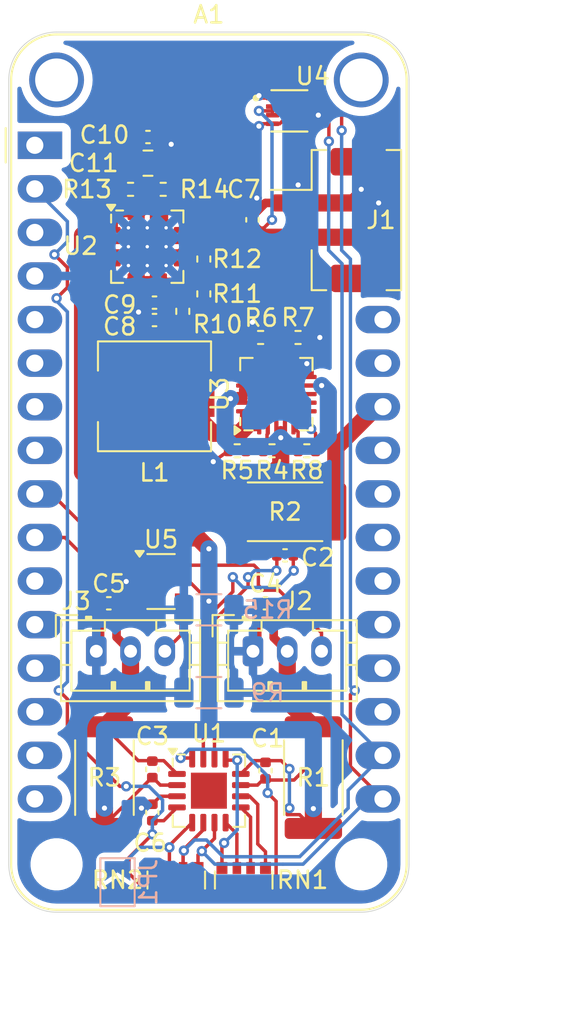
<source format=kicad_pcb>
(kicad_pcb (version 20240108) (generator "pcbnew") (generator_version "8.0")
  (layers (0 "F.Cu" signal) (31 "B.Cu" signal) (34 "B.Paste" user) (35 "F.Paste" user) (36 "B.SilkS" user "B.Silkscreen") (37 "F.SilkS" user "F.Silkscreen") (38 "B.Mask" user) (39 "F.Mask" user) (44 "Edge.Cuts" user))
  (net 0 "")
  (net 22 "Net-(RN1-R2.1)")
  (net 23 "Net-(RN1-R3.1)")
  (net 24 "Net-(RN1-R1.1)")
  (net 25 "Net-(RN1-R4.1)")
  (net 26 "Net-(RN1-R1.2)")
  (net 28 "GND")
  (net 30 "Net-(U2-EN)")
  (net 32 "Net-(U2-FB)")
  (net 33 "Net-(L1-Pad2)")
  (net 35 "Net-(U2-LBI)")
  (net 39 "SDA")
  (net 40 "+3V3")
  (net 41 "SCL")
  (net 42 "+5V")
  (net 43 "Net-(JP1-B)")
  (net 44 "Net-(U3-VPCC)")
  (net 45 "Net-(U3-PROG1)")
  (net 46 "Net-(U3-PROG3)")
  (net 47 "Net-(U3-THERM)")
  (net 48 "LED_B")
  (net 49 "LED_A")
  (net 50 "VbatOut")
  (net 51 "Vbattery")
  (net 53 "sens3")
  (net 54 "sens1")
  (net 55 "Net-(J2-Pin_3)")
  (net 56 "Net-(J3-Pin_3)")
  (net 57 "PWRIn")
  (net 58 "VBUS")
  (footprint "Capacitor_SMD:C_0402_1005Metric" (layer "F.Cu") (at 116.459 90.17 180)
    (property "Reference" "C9")
    (property "Value" "0.1uF")
  )
  (footprint "Package_DFN_QFN:Texas_RSA_VQFN-16-1EP_4x4mm_P0.65mm_EP2.7x2.7mm_ThermalVias" (layer "F.Cu") (at 116.036 86.91)
    (property "Reference" "U2")
    (property "Value" "TPS61090")
  )
  (footprint "Resistor_SMD:R_2512_6332Metric" (layer "F.Cu") (at 125.73 117.856 90)
    (property "Reference" "R1")
    (property "Value" "0.1")
  )
  (footprint "Capacitor_SMD:C_0402_1005Metric" (layer "F.Cu") (at 113.792 107.696 180)
    (property "Reference" "C5")
    (property "Value" "100uF")
  )
  (footprint "Resistor_SMD:R_Array_Convex_4x0612" (layer "F.Cu") (at 121.666 123.825 -90)
    (property "Reference" "RN1")
    (property "Value" "10k")
  )
  (footprint "Capacitor_SMD:C_0805_2012Metric" (layer "F.Cu") (at 116.078 82.042)
    (property "Reference" "C11")
    (property "Value" "100uF")
  )
  (footprint "Resistor_SMD:R_0402_1005Metric" (layer "F.Cu") (at 119.338001 89.661997 90)
    (property "Reference" "R11")
    (property "Value" "1.87M")
  )
  (footprint "Capacitor_SMD:C_0402_1005Metric" (layer "F.Cu") (at 116.332 117.376 -90)
    (property "Reference" "C3")
    (property "Value" "0.1uF")
  )
  (footprint "Capacitor_SMD:C_0402_1005Metric" (layer "F.Cu") (at 122.936 107.696 180)
    (property "Reference" "C4")
    (property "Value" "100uF")
  )
  (footprint "Resistor_SMD:R_0402_1005Metric" (layer "F.Cu") (at 121.285003 98.805999)
    (property "Reference" "R5")
    (property "Value" "100k")
  )
  (footprint "Capacitor_SMD:C_0402_1005Metric" (layer "F.Cu") (at 122.936 117.447 90)
    (property "Reference" "C1")
    (property "Value" "0.1uF")
  )
  (footprint "Connector_JST:JST_PH_B3B-PH-K_1x03_P2.00mm_Vertical" (layer "F.Cu") (at 113.062 110.49)
    (property "Reference" "J3")
    (property "Value" "Neopix B")
  )
  (footprint "Package_DFN_QFN:Texas_RGV0016A_VQFN-16-1EP_4x4mm_P0.65mm_EP2.1x2.1mm" (layer "F.Cu") (at 119.634 118.618)
    (property "Reference" "U1")
    (property "Value" "INA3221")
  )
  (footprint "Resistor_SMD:R_0402_1005Metric" (layer "F.Cu") (at 119.338003 87.629998 90)
    (property "Reference" "R12")
    (property "Value" "340k")
  )
  (footprint "Resistor_SMD:R_2512_6332Metric" (layer "F.Cu") (at 124.079 102.362 180)
    (property "Reference" "R2")
    (property "Value" "0.1")
  )
  (footprint "Resistor_SMD:R_0402_1005Metric" (layer "F.Cu") (at 124.837003 92.201998)
    (property "Reference" "R7")
    (property "Value" "100k")
  )
  (footprint "Resistor_SMD:R_0402_1005Metric" (layer "F.Cu") (at 125.349002 98.805998)
    (property "Reference" "R8")
    (property "Value" "16k")
  )
  (footprint "Resistor_SMD:R_0402_1005Metric" (layer "F.Cu") (at 122.652 92.202 180)
    (property "Reference" "R6")
    (property "Value" "1.0k")
  )
  (footprint "Package_DFN_QFN:QFN-20-1EP_4x4mm_P0.5mm_EP2.5x2.5mm" (layer "F.Cu") (at 123.571 95.504 90)
    (property "Reference" "U3")
    (property "Value" "MCP73871")
  )
  (footprint "Resistor_SMD:R_0402_1005Metric" (layer "F.Cu") (at 115.062 83.566)
    (property "Reference" "R13")
    (property "Value" "1.87M")
  )
  (footprint "Capacitor_SMD:C_0402_1005Metric" (layer "F.Cu") (at 122.174 85.344 90)
    (property "Reference" "C7")
    (property "Value" "10uF")
  )
  (footprint "Resistor_SMD:R_0402_1005Metric" (layer "F.Cu") (at 118.11 90.678 -90)
    (property "Reference" "R10")
    (property "Value" "200k")
  )
  (footprint "Inductor_SMD:L_6.3x6.3_H3" (layer "F.Cu") (at 116.459 95.631 180)
    (property "Reference" "L1")
    (property "Value" "6.8uH")
  )
  (footprint "Connector_JST:JST_PH_B3B-PH-K_1x03_P2.00mm_Vertical" (layer "F.Cu") (at 122.206 110.49)
    (property "Reference" "J2")
    (property "Value" "Neopix A")
  )
  (footprint "Package_SO:TSOP-6_1.65x3.05mm_P0.95mm" (layer "F.Cu") (at 116.84 106.426)
    (property "Reference" "U5")
    (property "Value" "74AUC2G07")
  )
  (footprint "Resistor_SMD:R_0402_1005Metric" (layer "F.Cu") (at 116.967 83.566)
    (property "Reference" "R14")
    (property "Value" "200k")
  )
  (footprint "Connector_JST:JST_PH_B2B-PH-SM4-TB_1x02-1MP_P2.00mm_Vertical" (layer "F.Cu") (at 126.492 85.36 -90)
    (property "Reference" "J1")
    (property "Value" "Battery")
  )
  (footprint "Capacitor_SMD:C_0402_1005Metric" (layer "F.Cu") (at 124.079 104.902)
    (property "Reference" "C2")
    (property "Value" "0.1uF")
  )
  (footprint "Capacitor_SMD:C_0402_1005Metric" (layer "F.Cu") (at 116.459 91.186 180)
    (property "Reference" "C8")
    (property "Value" "10uF")
  )
  (footprint "Resistor_SMD:R_0402_1005Metric" (layer "F.Cu") (at 123.317 98.805999)
    (property "Reference" "R4")
    (property "Value" "270k")
  )
  (footprint "Resistor_SMD:R_2512_6332Metric" (layer "F.Cu") (at 113.538 117.856 90)
    (property "Reference" "R3")
    (property "Value" "0.1")
  )
  (footprint "Module:Adafruit_Feather_WithMountingHoles" (layer "F.Cu") (at 109.474 81)
    (property "Reference" "A1")
    (property "Value" "Adafruit_Feather_Generic")
    (fp_line (start -1.52 41.91) (end -1.52 -3.81) (stroke (width 0.05)) (layer "Edge.Cuts"))
    (fp_line (start 19.05 -6.6) (end 1.27 -6.6) (stroke (width 0.05)) (layer "Edge.Cuts"))
    (fp_line (start 19.05 44.7) (end 1.27 44.7) (stroke (width 0.05)) (layer "Edge.Cuts"))
    (fp_line (start 21.84 41.91) (end 21.84 -3.81) (stroke (width 0.05)) (layer "Edge.Cuts"))
    (fp_arc (start -1.52 -3.81) (mid -0.702828 -5.782827) (end 1.27 -6.6) (stroke (width 0.05)) (layer "Edge.Cuts"))
    (fp_arc (start 1.27 44.7) (mid -0.702828 43.882828) (end -1.52 41.91) (stroke (width 0.05)) (layer "Edge.Cuts"))
    (fp_arc (start 19.05 -6.6) (mid 21.022828 -5.782828) (end 21.84 -3.81) (stroke (width 0.05)) (layer "Edge.Cuts"))
    (fp_arc (start 21.84 41.91) (mid 21.022828 43.882828) (end 19.05 44.7) (stroke (width 0.05)) (layer "Edge.Cuts"))
  )
  (footprint "MAX17048G_T10:SON50P200X200X80-9N" (layer "F.Cu") (at 124.333 78.994)
    (property "Reference" "U4")
    (property "Value" "MAX17048G_T10")
  )
  (footprint "Capacitor_SMD:C_0402_1005Metric" (layer "F.Cu") (at 116.078 80.518)
    (property "Reference" "C10")
    (property "Value" "2.2uF")
  )
  (footprint "Resistor_SMD:R_Array_Convex_4x0612" (layer "F.Cu") (at 117.729 123.825 -90)
    (property "Reference" "RN2")
    (property "Value" "10k")
  )
  (footprint "Capacitor_SMD:C_0402_1005Metric" (layer "F.Cu") (at 116.332 119.888 -90)
    (property "Reference" "C6")
    (property "Value" "0.1uF")
  )
  (footprint "Resistor_SMD:R_1206_3216Metric" (layer "B.Cu") (at 119.634 112.903 180)
    (property "Reference" "R9")
    (property "Value" "0")
  )
  (footprint "Resistor_SMD:R_1206_3216Metric" (layer "B.Cu") (at 119.634 108.077 180)
    (property "Reference" "R15")
    (property "Value" "0")
  )
  (footprint "Jumper:SolderJumper-2_P1.3mm_Open_TrianglePad1.0x1.5mm" (layer "B.Cu") (at 114.3 123.952 90)
    (property "Reference" "JP1")
    (property "Value" "SolderJumper_2_Open")
  )
  (segment (start 122.066001 120.162501) (end 122.066001 123.125001) (width 0.2) (layer "F.Cu") (net 22))
  (segment (start 121.4965 119.593) (end 122.066001 120.162501) (width 0.2) (layer "F.Cu") (net 22))
  (segment (start 120.609 120.4805) (end 121.266 121.1375) (width 0.2) (layer "F.Cu") (net 23))
  (segment (start 121.266 121.1375) (end 121.266 123.124999) (width 0.2) (layer "F.Cu") (net 23))
  (segment (start 122.485 119.419001) (end 122.485 121.723) (width 0.2) (layer "F.Cu") (net 24))
  (segment (start 121.4965 118.943) (end 122.008999 118.943) (width 0.2) (layer "F.Cu") (net 24))
  (segment (start 122.485 121.723) (end 122.935999 122.173999) (width 0.2) (layer "F.Cu") (net 24))
  (segment (start 122.008999 118.943) (end 122.485 119.419001) (width 0.2) (layer "F.Cu") (net 24))
  (segment (start 122.935999 122.173999) (end 122.935999 123.125) (width 0.2) (layer "F.Cu") (net 24))
  (segment (start 120.6935 116.84) (end 120.609 116.7555) (width 0.2) (layer "F.Cu") (net 25))
  (segment (start 120.396 121.793) (end 120.523 121.666) (width 0.2) (layer "F.Cu") (net 25))
  (segment (start 120.396 123.125) (end 120.396 121.793) (width 0.2) (layer "F.Cu") (net 25))
  (segment (start 121.285 116.84) (end 120.6935 116.84) (width 0.2) (layer "F.Cu") (net 25))
  (via (at 121.285 116.84) (size 0.6) (drill 0.3) (layers "F.Cu" "B.Cu") (net 25))
  (via (at 120.523 121.666) (size 0.6) (drill 0.3) (layers "F.Cu" "B.Cu") (net 25))
  (segment (start 121.285 116.84) (end 121.285 120.904) (width 0.2) (layer "B.Cu") (net 25))
  (segment (start 121.285 120.904) (end 120.523 121.666) (width 0.2) (layer "B.Cu") (net 25))
  (segment (start 122.936 124.525) (end 123.555999 123.905001) (width 0.2) (layer "F.Cu") (net 26))
  (segment (start 117.983 116.713) (end 118.6165 116.713) (width 0.2) (layer "F.Cu") (net 26))
  (segment (start 123.555999 119.237999) (end 123.063 118.745) (width 0.2) (layer "F.Cu") (net 26))
  (segment (start 123.555999 123.905001) (end 123.555999 119.237999) (width 0.2) (layer "F.Cu") (net 26))
  (via (at 123.063 118.745) (size 0.6) (drill 0.3) (layers "F.Cu" "B.Cu") (net 26))
  (via (at 117.983 116.713) (size 0.6) (drill 0.3) (layers "F.Cu" "B.Cu") (net 26))
  (segment (start 123.063 117.769471) (end 121.498529 116.205) (width 0.2) (layer "B.Cu") (net 26))
  (segment (start 118.491 116.205) (end 117.983 116.713) (width 0.2) (layer "B.Cu") (net 26))
  (segment (start 123.063 118.745) (end 123.063 117.769471) (width 0.2) (layer "B.Cu") (net 26))
  (segment (start 121.498529 116.205) (end 118.491 116.205) (width 0.2) (layer "B.Cu") (net 26))
  (segment (start 124.571 93.5665) (end 124.571 94.504001) (width 0.2) (layer "F.Cu") (net 28))
  (segment (start 116.516 80.517999) (end 116.515998 81.572) (width 0.5) (layer "F.Cu") (net 28))
  (segment (start 123.348001 78.244) (end 122.694001 78.244) (width 0.2) (layer "F.Cu") (net 28))
  (segment (start 116.063999 90.72) (end 116.063998 90.169998) (width 0.5) (layer "F.Cu") (net 28))
  (segment (start 122.456 107.696) (end 122.456 110.24) (width 0.5) (layer "F.Cu") (net 28))
  (segment (start 116.063999 91.186) (end 116.063999 90.72) (width 0.5) (layer "F.Cu") (net 28))
  (segment (start 122.932 84.36) (end 122.428 84.864) (width 0.5) (layer "F.Cu") (net 28))
  (segment (start 123.768427 78.244) (end 124.333 78.808573) (width 0.2) (layer "F.Cu") (net 28))
  (segment (start 116.332 119.408) (end 115.923 119.408) (width 0.2) (layer "F.Cu") (net 28))
  (segment (start 126.238 84.36) (end 122.932 84.36) (width 0.5) (layer "F.Cu") (net 28))
  (segment (start 123.76843 79.744) (end 124.333 79.17943) (width 0.2) (layer "F.Cu") (net 28))
  (segment (start 127.73 84.36) (end 128.524 83.566) (width 0.5) (layer "F.Cu") (net 28))
  (segment (start 125.189502 93.566499) (end 125.349001 93.725998) (width 0.5) (layer "F.Cu") (net 28))
  (segment (start 115.923 119.408) (end 115.697 119.634) (width 0.2) (layer "F.Cu") (net 28))
  (segment (start 115.061002 88.872503) (end 116.361 88.872503) (width 0.5) (layer "F.Cu") (net 28))
  (segment (start 115.061002 88.872499) (end 115.061 87.884996) (width 0.2) (layer "F.Cu") (net 28))
  (segment (start 117.562 83.565999) (end 117.561997 84.396497) (width 0.5) (layer "F.Cu") (net 28))
  (segment (start 125.5085 94.360999) (end 125.508502 93.885499) (width 0.5) (layer "F.Cu") (net 28))
  (segment (start 122.428 84.864) (end 122.428 84.074) (width 0.5) (layer "F.Cu") (net 28))
  (segment (start 125.858999 97.791996) (end 125.603001 97.535999) (width 0.2) (layer "F.Cu") (net 28))
  (segment (start 124.841 83.312) (end 124.746 84.36) (width 0.5) (layer "F.Cu") (net 28))
  (segment (start 116.063998 90.169998) (end 116.063999 89.225502) (width 0.5) (layer "F.Cu") (net 28))
  (segment (start 125.317999 79.243998) (end 126.019961 79.244) (width 0.2) (layer "F.Cu") (net 28))
  (segment (start 122.142 91.345) (end 122.174 91.313) (width 0.2) (layer "F.Cu") (net 28))
  (segment (start 117.998503 87.234998) (end 116.360999 87.234997) (width 0.2) (layer "F.Cu") (net 28))
  (segment (start 117.998503 87.234998) (end 119.222997 87.235001) (width 0.5) (layer "F.Cu") (net 28))
  (segment (start 117.010999 84.947498) (end 117.010996 85.685) (width 0.5) (layer "F.Cu") (net 28))
  (segment (start 125.508502 93.885499) (end 125.349001 93.725998) (width 0.5) (layer "F.Cu") (net 28))
  (segment (start 116.063999 89.225502) (end 115.710996 88.872501) (width 0.5) (layer "F.Cu") (net 28))
  (segment (start 124.571 93.5665) (end 124.714002 93.566499) (width 0.2) (layer "F.Cu") (net 28))
  (segment (start 116.063999 90.72) (end 115.528001 90.72) (width 0.5) (layer "F.Cu") (net 28))
  (segment (start 125.5085 94.504) (end 124.571002 94.504) (width 0.2) (layer "F.Cu") (net 28))
  (segment (start 125.508502 93.885499) (end 125.189502 93.566499) (width 0.5) (layer "F.Cu") (net 28))
  (segment (start 116.515998 81.572) (end 116.985999 82.042001) (width 0.5) (layer "F.Cu") (net 28))
  (segment (start 116.986002 82.042002) (end 116.986001 81.387999) (width 0.5) (layer "F.Cu") (net 28))
  (segment (start 116.985999 82.042001) (end 117.561999 82.617999) (width 0.5) (layer "F.Cu") (net 28))
  (segment (start 122.142 92.201999) (end 122.142 91.345) (width 0.2) (layer "F.Cu") (net 28))
  (segment (start 125.318 79.243999) (end 124.582999 79.243999) (width 0.2) (layer "F.Cu") (net 28))
  (segment (start 117.561997 84.396497) (end 117.010999 84.947498) (width 0.5) (layer "F.Cu") (net 28))
  (segment (start 113.284 107.696) (end 113.284 110.268) (width 0.5) (layer "F.Cu") (net 28))
  (segment (start 116.986001 81.387999) (end 117.433 80.940998) (width 0.5) (layer "F.Cu") (net 28))
  (segment (start 116.797 118.943) (end 116.332 119.408) (width 0.2) (layer "F.Cu") (net 28))
  (segment (start 125.347 92.202001) (end 126.109 92.202001) (width 0.2) (layer "F.Cu") (net 28))
  (segment (start 122.694001 79.744001) (end 123.348001 79.744) (width 0.2) (layer "F.Cu") (net 28))
  (segment (start 115.710996 88.872501) (end 115.710999 87.234997) (width 0.2) (layer "F.Cu") (net 28))
  (segment (start 117.7715 118.943) (end 116.797 118.943) (width 0.2) (layer "F.Cu") (net 28))
  (segment (start 123.348 78.244) (end 123.768427 78.244) (width 0.2) (layer "F.Cu") (net 28))
  (segment (start 122.694001 78.244) (end 122.555001 78.105001) (width 0.2) (layer "F.Cu") (net 28))
  (segment (start 122.555001 79.883) (end 122.694001 79.744001) (width 0.2) (layer "F.Cu") (net 28))
  (segment (start 123.348 79.744) (end 123.76843 79.744) (width 0.2) (layer "F.Cu") (net 28))
  (segment (start 124.714002 93.566499) (end 125.189502 93.566499) (width 0.5) (layer "F.Cu") (net 28))
  (segment (start 117.561999 82.617999) (end 117.562 83.565999) (width 0.5) (layer "F.Cu") (net 28))
  (segment (start 120.769001 98.814) (end 119.888 99.441) (width 0.2) (layer "F.Cu") (net 28))
  (segment (start 115.68 106.426) (end 114.808 106.426) (width 0.2) (layer "F.Cu") (net 28))
  (segment (start 125.858999 98.806001) (end 125.858999 97.791996) (width 0.2) (layer "F.Cu") (net 28))
  (segment (start 116.360998 88.872499) (end 116.360999 87.234997) (width 0.2) (layer "F.Cu") (net 28))
  (segment (start 119.222997 87.235001) (end 119.337997 87.119998) (width 0.5) (layer "F.Cu") (net 28))
  (segment (start 125.5085 94.360999) (end 125.5085 94.504) (width 0.2) (layer "F.Cu") (net 28))
  (segment (start 117.010996 85.685) (end 117.136 85.81) (width 0.5) (layer "F.Cu") (net 28))
  (segment (start 126.238 84.36) (end 129.54 84.36) (width 0.5) (layer "F.Cu") (net 28))
  (via (at 119.888 99.441) (size 0.6) (drill 0.3) (layers "F.Cu" "B.Cu") (net 28))
  (via (at 125.349001 93.725998) (size 0.6) (drill 0.3) (layers "F.Cu" "B.Cu") (net 28))
  (via (at 122.428 84.074) (size 0.6) (drill 0.3) (layers "F.Cu" "B.Cu") (net 28))
  (via (at 126.109 92.202001) (size 0.6) (drill 0.3) (layers "F.Cu" "B.Cu") (net 28))
  (via (at 117.433 80.940998) (size 0.6) (drill 0.3) (layers "F.Cu" "B.Cu") (net 28))
  (via (at 122.555001 78.105001) (size 0.6) (drill 0.3) (layers "F.Cu" "B.Cu") (net 28))
  (via (at 125.603001 97.535999) (size 0.6) (drill 0.3) (layers "F.Cu" "B.Cu") (net 28))
  (via (at 124.841 83.312) (size 0.6) (drill 0.3) (layers "F.Cu" "B.Cu") (net 28))
  (via (at 126.019961 79.244) (size 0.6) (drill 0.3) (layers "F.Cu" "B.Cu") (net 28))
  (via (at 115.697 119.634) (size 0.6) (drill 0.3) (layers "F.Cu" "B.Cu") (net 28))
  (via (at 122.555001 79.883) (size 0.6) (drill 0.3) (layers "F.Cu" "B.Cu") (net 28))
  (via (at 114.808 106.426) (size 0.6) (drill 0.3) (layers "F.Cu" "B.Cu") (net 28))
  (via (at 128.524 83.566) (size 0.6) (drill 0.3) (layers "F.Cu" "B.Cu") (net 28))
  (via (at 115.528001 90.72) (size 0.6) (drill 0.3) (layers "F.Cu" "B.Cu") (net 28))
  (via (at 129.54 84.36) (size 0.6) (drill 0.3) (layers "F.Cu" "B.Cu") (net 28))
  (via (at 122.174 91.313) (size 0.6) (drill 0.3) (layers "F.Cu" "B.Cu") (net 28))
  (segment (start 119.773998 86.409998) (end 120.138 86.774) (width 0.2) (layer "F.Cu") (net 30))
  (segment (start 120.138 90.503368) (end 119.451368 91.19) (width 0.2) (layer "F.Cu") (net 30))
  (segment (start 118.1735 86.409997) (end 119.773998 86.409998) (width 0.2) (layer "F.Cu") (net 30))
  (segment (start 119.451368 91.19) (end 118.067997 91.19) (width 0.2) (layer "F.Cu") (net 30))
  (segment (start 120.138 86.774) (end 120.138 90.503368) (width 0.2) (layer "F.Cu") (net 30))
  (segment (start 117.998499 86.584999) (end 118.1735 86.409997) (width 0.2) (layer "F.Cu") (net 30))
  (segment (start 115.53 83.565999) (end 116.541996 83.566) (width 0.2) (layer "F.Cu") (net 32))
  (segment (start 116.360999 84.947497) (end 116.360998 83.746997) (width 0.2) (layer "F.Cu") (net 32))
  (segment (start 113.709 87.599501) (end 113.848501 87.46) (width 1) (layer "F.Cu") (net 33))
  (segment (start 113.709 95.631) (end 113.709 87.599501) (width 1) (layer "F.Cu") (net 33))
  (segment (start 119.338001 88.139999) (end 119.337999 89.151998) (width 0.2) (layer "F.Cu") (net 35))
  (segment (start 119.082998 87.884995) (end 117.9985 87.884999) (width 0.2) (layer "F.Cu") (net 35))
  (segment (start 119.338001 88.139999) (end 119.082998 87.884995) (width 0.2) (layer "F.Cu") (net 35))
  (segment (start 127.894 117.2) (end 129.794 119.1) (width 0.2) (layer "F.Cu") (net 39))
  (segment (start 127.894 113.025) (end 127.894 117.2) (width 0.2) (layer "F.Cu") (net 39))
  (segment (start 127.381 80.137) (end 127.381 79.190824) (width 0.2) (layer "F.Cu") (net 39))
  (segment (start 126.434176 78.244) (end 125.318 78.244) (width 0.2) (layer "F.Cu") (net 39))
  (segment (start 118.998999 123.125) (end 118.998999 122.362999) (width 0.2) (layer "F.Cu") (net 39))
  (segment (start 119.959 121.402999) (end 119.220499 122.141499) (width 0.2) (layer "F.Cu") (net 39))
  (segment (start 128.143 112.776) (end 127.894 113.025) (width 0.2) (layer "F.Cu") (net 39))
  (segment (start 127.381 79.190824) (end 126.434176 78.244) (width 0.2) (layer "F.Cu") (net 39))
  (segment (start 119.959 120.4805) (end 119.959 121.402999) (width 0.2) (layer "F.Cu") (net 39))
  (segment (start 118.998999 122.362999) (end 119.220499 122.141499) (width 0.2) (layer "F.Cu") (net 39))
  (via (at 127.381 80.137) (size 0.6) (drill 0.3) (layers "F.Cu" "B.Cu") (net 39))
  (via (at 119.220499 122.141499) (size 0.6) (drill 0.3) (layers "F.Cu" "B.Cu") (net 39))
  (via (at 128.143 112.776) (size 0.6) (drill 0.3) (layers "F.Cu" "B.Cu") (net 39))
  (segment (start 127.894 112.527) (end 128.143 112.776) (width 0.2) (layer "B.Cu") (net 39))
  (segment (start 128.931 119.1) (end 129.794 119.1) (width 0.2) (layer "B.Cu") (net 39))
  (segment (start 125.129657 122.901343) (end 128.931 119.1) (width 0.2) (layer "B.Cu") (net 39))
  (segment (start 123.952 122.901343) (end 125.129657 122.901343) (width 0.2) (layer "B.Cu") (net 39))
  (segment (start 127.381 87.122) (end 127.894 87.635) (width 0.2) (layer "B.Cu") (net 39))
  (segment (start 127.381 80.137) (end 127.381 87.122) (width 0.2) (layer "B.Cu") (net 39))
  (segment (start 119.220499 122.141499) (end 119.980343 122.901343) (width 0.2) (layer "B.Cu") (net 39))
  (segment (start 119.980343 122.901343) (end 123.952 122.901343) (width 0.2) (layer "B.Cu") (net 39))
  (segment (start 127.894 87.635) (end 127.894 112.527) (width 0.2) (layer "B.Cu") (net 39))
  (segment (start 116.459001 124.525) (end 122.065999 124.525) (width 0.2) (layer "F.Cu") (net 40))
  (segment (start 111.374 89.286) (end 110.744 89.916) (width 0.2) (layer "F.Cu") (net 40))
  (segment (start 111.374 88.121219) (end 111.374 89.286) (width 0.2) (layer "F.Cu") (net 40))
  (segment (start 114.97 122.52) (end 114.97 123.438529) (width 0.2) (layer "F.Cu") (net 40))
  (segment (start 110.619546 87.366765) (end 111.374 88.121219) (width 0.2) (layer "F.Cu") (net 40))
  (segment (start 111.374 115.301744) (end 114.436256 118.364) (width 0.2) (layer "F.Cu") (net 40))
  (segment (start 114.436256 118.364) (end 114.808 118.364) (width 0.2) (layer "F.Cu") (net 40))
  (segment (start 116.332 120.368) (end 116.332 121.158) (width 0.2) (layer "F.Cu") (net 40))
  (segment (start 116.332 121.158) (end 114.97 122.52) (width 0.2) (layer "F.Cu") (net 40))
  (segment (start 116.9965 120.368) (end 117.7715 119.593) (width 0.2) (layer "F.Cu") (net 40))
  (segment (start 114.97 123.438529) (end 116.056471 124.525) (width 0.2) (layer "F.Cu") (net 40))
  (segment (start 111.374 113.279) (end 111.374 115.301744) (width 0.2) (layer "F.Cu") (net 40))
  (segment (start 116.332 120.368) (end 116.9965 120.368) (width 0.2) (layer "F.Cu") (net 40))
  (segment (start 110.871 112.776) (end 111.374 113.279) (width 0.2) (layer "F.Cu") (net 40))
  (segment (start 116.056471 124.525) (end 116.459001 124.525) (width 0.2) (layer "F.Cu") (net 40))
  (via (at 116.332 121.158) (size 0.6) (drill 0.3) (layers "F.Cu" "B.Cu") (net 40))
  (via (at 110.744 89.916) (size 0.6) (drill 0.3) (layers "F.Cu" "B.Cu") (net 40))
  (via (at 110.619546 87.366765) (size 0.6) (drill 0.3) (layers "F.Cu" "B.Cu") (net 40))
  (via (at 110.871 112.776) (size 0.6) (drill 0.3) (layers "F.Cu" "B.Cu") (net 40))
  (via (at 114.808 118.364) (size 0.6) (drill 0.3) (layers "F.Cu" "B.Cu") (net 40))
  (segment (start 116.932 119.768) (end 116.332 120.368) (width 0.2) (layer "B.Cu") (net 40))
  (segment (start 111.374 86.612311) (end 110.619546 87.366765) (width 0.2) (layer "B.Cu") (net 40))
  (segment (start 116.332 120.368) (end 116.332 121.158) (width 0.2) (layer "B.Cu") (net 40))
  (segment (start 111.379 112.268) (end 110.871 112.776) (width 0.2) (layer "B.Cu") (net 40))
  (segment (start 116.932 119.159471) (end 116.932 119.768) (width 0.2) (layer "B.Cu") (net 40))
  (segment (start 110.744 89.916) (end 110.585635 89.916) (width 0.2) (layer "B.Cu") (net 40))
  (segment (start 111.3751 91.313) (end 111.379 112.141) (width 0.2) (layer "B.Cu") (net 40))
  (segment (start 109.474 83.54) (end 111.374 85.44) (width 0.2) (layer "B.Cu") (net 40))
  (segment (start 116.136529 118.364) (end 116.932 119.159471) (width 0.2) (layer "B.Cu") (net 40))
  (segment (start 111.374 85.44) (end 111.374 86.612311) (width 0.2) (layer "B.Cu") (net 40))
  (segment (start 111.3751 90.705465) (end 111.3751 91.313) (width 0.2) (layer "B.Cu") (net 40))
  (segment (start 114.808 118.364) (end 116.136529 118.364) (width 0.2) (layer "B.Cu") (net 40))
  (segment (start 110.585635 89.916) (end 111.3751 90.705465) (width 0.2) (layer "B.Cu") (net 40))
  (segment (start 111.379 112.141) (end 111.379 112.268) (width 0.2) (layer "B.Cu") (net 40))
  (segment (start 118.129001 122.074999) (end 118.129001 123.125005) (width 0.2) (layer "F.Cu") (net 41))
  (segment (start 126.26849 78.644) (end 125.838428 78.644) (width 0.2) (layer "F.Cu") (net 41))
  (segment (start 125.382998 78.679) (end 125.318 78.743998) (width 0.2) (layer "F.Cu") (net 41))
  (segment (start 118.129001 123.125005) (end 118.129001 122.154999) (width 0.2) (layer "F.Cu") (net 41))
  (segment (start 118.129001 122.154999) (end 118.1735 122.1105) (width 0.2) (layer "F.Cu") (net 41))
  (segment (start 125.803428 78.679) (end 125.382998 78.679) (width 0.2) (layer "F.Cu") (net 41))
  (segment (start 126.637143 80.772) (end 126.637143 79.012653) (width 0.2) (layer "F.Cu") (net 41))
  (segment (start 119.309 120.4805) (end 119.309 120.895) (width 0.2) (layer "F.Cu") (net 41))
  (segment (start 126.637143 79.012653) (end 126.26849 78.644) (width 0.2) (layer "F.Cu") (net 41))
  (segment (start 125.838428 78.644) (end 125.803428 78.679) (width 0.2) (layer "F.Cu") (net 41))
  (segment (start 119.309 120.895) (end 118.129001 122.074999) (width 0.2) (layer "F.Cu") (net 41))
  (via (at 118.1735 122.1105) (size 0.6) (drill 0.3) (layers "F.Cu" "B.Cu") (net 41))
  (via (at 126.637143 80.772) (size 0.6) (drill 0.3) (layers "F.Cu" "B.Cu") (net 41))
  (segment (start 127.762 119.634) (end 127.762 118.592) (width 0.2) (layer "B.Cu") (net 41))
  (segment (start 127.403001 114.169001) (end 129.794 116.56) (width 0.2) (layer "B.Cu") (net 41))
  (segment (start 118.1735 122.1105) (end 118.792501 121.491499) (width 0.2) (layer "B.Cu") (net 41))
  (segment (start 127.403001 87.906001) (end 127.403001 114.169001) (width 0.2) (layer "B.Cu") (net 41))
  (segment (start 126.619 87.122) (end 127.403001 87.906001) (width 0.2) (layer "B.Cu") (net 41))
  (segment (start 118.792501 121.491499) (end 119.489738 121.491499) (width 0.2) (layer "B.Cu") (net 41))
  (segment (start 119.489738 121.491499) (end 120.466226 122.467987) (width 0.2) (layer "B.Cu") (net 41))
  (segment (start 126.637143 80.772) (end 126.619 87.122) (width 0.2) (layer "B.Cu") (net 41))
  (segment (start 124.928013 122.467987) (end 127.762 119.634) (width 0.2) (layer "B.Cu") (net 41))
  (segment (start 127.762 118.592) (end 129.794 116.56) (width 0.2) (layer "B.Cu") (net 41))
  (segment (start 120.466226 122.467987) (end 124.928013 122.467987) (width 0.2) (layer "B.Cu") (net 41))
  (segment (start 124.9265 120.015) (end 125.73 120.8185) (width 0.2) (layer "F.Cu") (net 42))
  (segment (start 114.510001 82.617999) (end 114.509999 83.565998) (width 0.5) (layer "F.Cu") (net 42))
  (segment (start 112.259 86.242) (end 112.259 100.067) (width 1) (layer "F.Cu") (net 42))
  (segment (start 115.061 84.947495) (end 114.535932 84.947501) (width 0.5) (layer "F.Cu") (net 42))
  (segment (start 113.792 85.409932) (end 113.091068 85.409932) (width 1) (layer "F.Cu") (net 42))
  (segment (start 114.535932 84.947501) (end 114.0735 85.409932) (width 0.5) (layer "F.Cu") (net 42))
  (segment (start 115.061003 84.947499) (end 115.061 84.947495) (width 0.5) (layer "F.Cu") (net 42))
  (segment (start 125.73 119.662) (end 125.73 120.8185) (width 1) (layer "F.Cu") (net 42))
  (segment (start 112.276 100.067) (end 116.095 103.886) (width 1) (layer "F.Cu") (net 42))
  (segment (start 118.491 106.426) (end 119.634 107.569) (width 0.2) (layer "F.Cu") (net 42))
  (segment (start 122.936 116.868) (end 122.2715 116.868) (width 0.2) (layer "F.Cu") (net 42))
  (segment (start 114.509995 84.921563) (end 114.535932 84.947501) (width 0.5) (layer "F.Cu") (net 42))
  (segment (start 116.332 117.828) (end 116.797 118.293) (width 0.2) (layer "F.Cu") (net 42))
  (segment (start 118.999 103.886) (end 119.634 104.521) (width 1) (layer "F.Cu") (net 42))
  (segment (start 115.066498 82.061499) (end 114.510001 82.617999) (width 0.5) (layer "F.Cu") (net 42))
  (segment (start 116.797 118.293) (end 117.7715 118.293) (width 0.2) (layer "F.Cu") (net 42))
  (segment (start 123.853 116.868) (end 124.333 117.348) (width 0.2) (layer "F.Cu") (net 42))
  (segment (start 124.206 120.015) (end 124.9265 120.015) (width 0.2) (layer "F.Cu") (net 42))
  (segment (start 115.555997 81.572) (end 115.085996 82.041998) (width 0.5) (layer "F.Cu") (net 42))
  (segment (start 113.538 120.622) (end 116.332 117.828) (width 0.2) (layer "F.Cu") (net 42))
  (segment (start 115.555998 80.517997) (end 115.555997 81.572) (width 0.5) (layer "F.Cu") (net 42))
  (segment (start 112.259 100.067) (end 112.276 100.067) (width 1) (layer "F.Cu") (net 42))
  (segment (start 122.2715 116.868) (end 121.4965 117.643) (width 0.2) (layer "F.Cu") (net 42))
  (segment (start 113.091068 85.409932) (end 112.259 86.242) (width 1) (layer "F.Cu") (net 42))
  (segment (start 116.095 103.886) (end 118.999 103.886) (width 1) (layer "F.Cu") (net 42))
  (segment (start 114.509999 83.565998) (end 114.509995 84.921563) (width 0.5) (layer "F.Cu") (net 42))
  (segment (start 114.0735 85.409932) (end 114.073496 85.935) (width 0.5) (layer "F.Cu") (net 42))
  (segment (start 122.936 116.868) (end 123.853 116.868) (width 0.2) (layer "F.Cu") (net 42))
  (segment (start 113.538 119.634) (end 113.538 120.8185) (width 1) (layer "F.Cu") (net 42))
  (segment (start 124.333 119.634) (end 124.206 119.761) (width 0.2) (layer "F.Cu") (net 42))
  (segment (start 124.206 119.761) (end 124.206 120.015) (width 0.2) (layer "F.Cu") (net 42))
  (segment (start 118 106.426) (end 118.491 106.426) (width 0.2) (layer "F.Cu") (net 42))
  (segment (start 115.711002 84.947497) (end 115.061003 84.947499) (width 0.5) (layer "F.Cu") (net 42))
  (segment (start 114.0735 85.409932) (end 113.792 85.409932) (width 0.5) (layer "F.Cu") (net 42))
  (via (at 119.634 107.569) (size 0.6) (drill 0.3) (layers "F.Cu" "B.Cu") (net 42))
  (via (at 124.333 117.348) (size 0.6) (drill 0.3) (layers "F.Cu" "B.Cu") (net 42))
  (via (at 113.538 119.634) (size 0.6) (drill 0.3) (layers "F.Cu" "B.Cu") (net 42))
  (via (at 119.634 104.521) (size 0.6) (drill 0.3) (layers "F.Cu" "B.Cu") (net 42))
  (via (at 124.333 119.634) (size 0.6) (drill 0.3) (layers "F.Cu" "B.Cu") (net 42))
  (via (at 125.73 119.662) (size 0.6) (drill 0.3) (layers "F.Cu" "B.Cu") (net 42))
  (segment (start 119.634 107.569) (end 119.634 104.521) (width 1) (layer "B.Cu") (net 42))
  (segment (start 119.634 115.062) (end 125.73 115.062) (width 1) (layer "B.Cu") (net 42))
  (segment (start 125.73 115.062) (end 125.73 119.662) (width 1) (layer "B.Cu") (net 42))
  (segment (start 113.538 119.634) (end 113.538 115.062) (width 1) (layer "B.Cu") (net 42))
  (segment (start 124.333 117.348) (end 124.333 119.634) (width 0.2) (layer "B.Cu") (net 42))
  (segment (start 119.634 115.062) (end 119.634 107.569) (width 1) (layer "B.Cu") (net 42))
  (segment (start 113.538 115.062) (end 119.634 115.062) (width 1) (layer "B.Cu") (net 42))
  (segment (start 117.328999 121.810501) (end 117.328999 121.92) (width 0.2) (layer "F.Cu") (net 43))
  (segment (start 117.328999 121.92) (end 117.328999 123.124998) (width 0.2) (layer "F.Cu") (net 43))
  (segment (start 118.659 120.4805) (end 117.328999 121.810501) (width 0.2) (layer "F.Cu") (net 43))
  (via (at 117.328999 121.92) (size 0.6) (drill 0.3) (layers "F.Cu" "B.Cu") (net 43))
  (segment (start 114.3 123.227) (end 115.607 121.92) (width 0.2) (layer "B.Cu") (net 43))
  (segment (start 115.607 121.92) (end 117.328999 121.92) (width 0.2) (layer "B.Cu") (net 43))
  (segment (start 121.795 98.806001) (end 122.314628 98.806001) (width 0.2) (layer "F.Cu") (net 44))
  (segment (start 123.027 97.858698) (end 123.071002 97.814696) (width 0.2) (layer "F.Cu") (net 44))
  (segment (start 123.071002 97.814696) (end 123.071001 97.4415) (width 0.2) (layer "F.Cu") (net 44))
  (segment (start 122.314628 98.806001) (end 123.027 98.093629) (width 0.2) (layer "F.Cu") (net 44))
  (segment (start 123.027 98.093629) (end 123.027 97.858698) (width 0.2) (layer "F.Cu") (net 44))
  (segment (start 123.571002 93.5665) (end 123.571002 92.454) (width 0.2) (layer "F.Cu") (net 45))
  (segment (start 123.571002 92.454) (end 123.319002 92.202) (width 0.2) (layer "F.Cu") (net 45))
  (segment (start 124.071001 92.46) (end 124.329005 92.201998) (width 0.2) (layer "F.Cu") (net 46))
  (segment (start 124.071001 93.566499) (end 124.071001 92.46) (width 0.2) (layer "F.Cu") (net 46))
  (segment (start 124.839003 97.709501) (end 124.571002 97.4415) (width 0.2) (layer "F.Cu") (net 47))
  (segment (start 124.839003 98.805997) (end 124.839003 97.709501) (width 0.2) (layer "F.Cu") (net 47))
  (segment (start 111.226 103.86) (end 109.474 103.86) (width 0.2) (layer "F.Cu") (net 48))
  (segment (start 115.39 107.086) (end 114.452 107.086) (width 0.2) (layer "F.Cu") (net 48))
  (segment (start 114.452 107.086) (end 111.226 103.86) (width 0.2) (layer "F.Cu") (net 48))
  (segment (start 115.68 107.376) (end 115.39 107.086) (width 0.2) (layer "F.Cu") (net 48))
  (segment (start 115.68 105.476) (end 114.62 105.476) (width 0.2) (layer "F.Cu") (net 49))
  (segment (start 114.62 105.476) (end 110.464 101.32) (width 0.2) (layer "F.Cu") (net 49))
  (segment (start 117.348 90.169998) (end 117.348 89.209503) (width 1) (layer "F.Cu") (net 50))
  (segment (start 117.348 90.387817) (end 117.043999 90.691818) (width 1) (layer "F.Cu") (net 50))
  (segment (start 121.416002 97.785998) (end 119.883998 97.785998) (width 1) (layer "F.Cu") (net 50))
  (segment (start 118.067999 90.170001) (end 117.348 90.169998) (width 0.5) (layer "F.Cu") (net 50))
  (segment (start 117.023999 91.185999) (end 117.023999 91.694) (width 0.5) (layer "F.Cu") (net 50))
  (segment (start 117.023999 91.694) (end 117.023999 93.445999) (width 1) (layer "F.Cu") (net 50))
  (segment (start 121.691003 96.622501) (end 121.691003 96.942002) (width 0.5) (layer "F.Cu") (net 50))
  (segment (start 117.348 90.169998) (end 117.024001 90.169997) (width 0.5) (layer "F.Cu") (net 50))
  (segment (start 121.818003 96.942002) (end 122.039 97.163) (width 0.5) (layer "F.Cu") (net 50))
  (segment (start 122.039 97.163) (end 121.793 97.409) (width 0.2) (layer "F.Cu") (net 50))
  (segment (start 122.039 97.163) (end 122.293001 97.417) (width 0.5) (layer "F.Cu") (net 50))
  (segment (start 117.023999 93.445999) (end 119.209 95.631) (width 1) (layer "F.Cu") (net 50))
  (segment (start 119.209 97.111) (end 119.209 95.631) (width 1) (layer "F.Cu") (net 50))
  (segment (start 117.023999 91.185999) (end 117.024001 90.169997) (width 0.5) (layer "F.Cu") (net 50))
  (segment (start 122.166001 97.417) (end 122.485502 97.417) (width 0.5) (layer "F.Cu") (net 50))
  (segment (start 117.043999 90.691818) (end 117.043999 91.674) (width 1) (layer "F.Cu") (net 50))
  (segment (start 117.348 90.169998) (end 117.348 90.387817) (width 1) (layer "F.Cu") (net 50))
  (segment (start 121.793 97.409) (end 121.416002 97.785998) (width 1) (layer "F.Cu") (net 50))
  (segment (start 119.338 90.171997) (end 117.349999 90.171997) (width 1) (layer "F.Cu") (net 50))
  (segment (start 117.024001 88.885499) (end 117.010998 88.872502) (width 0.5) (layer "F.Cu") (net 50))
  (segment (start 117.349999 90.171997) (end 117.348 90.169998) (width 1) (layer "F.Cu") (net 50))
  (segment (start 117.043999 91.674) (end 117.023999 91.694) (width 1) (layer "F.Cu") (net 50))
  (segment (start 119.883998 97.785998) (end 119.209 97.111) (width 1) (layer "F.Cu") (net 50))
  (segment (start 117.024001 90.169997) (end 117.024001 88.885499) (width 0.5) (layer "F.Cu") (net 50))
  (segment (start 119.338 90.171997) (end 118.069998 90.171997) (width 0.5) (layer "F.Cu") (net 50))
  (segment (start 121.017002 92.950002) (end 121.539 93.472) (width 1) (layer "F.Cu") (net 51))
  (segment (start 121.789004 93.722004) (end 121.539 93.472) (width 0.2) (layer "F.Cu") (net 51))
  (segment (start 123.444 86.36) (end 121.892 86.36) (width 1) (layer "F.Cu") (net 51))
  (segment (start 121.017002 87.107998) (end 121.017002 92.950002) (width 1) (layer "F.Cu") (net 51))
  (segment (start 121.6335 93.8855) (end 121.9525 93.566499) (width 0.5) (layer "F.Cu") (net 51))
  (segment (start 122.837 85.824) (end 123.317 85.344) (width 0.2) (layer "F.Cu") (net 51))
  (segment (start 121.789004 93.729997) (end 121.9525 93.566499) (width 0.2) (layer "F.Cu") (net 51))
  (segment (start 122.428 85.824) (end 122.964 86.36) (width 0.5) (layer "F.Cu") (net 51))
  (segment (start 121.394002 86.857998) (end 122.428 85.824) (width 0.5) (layer "F.Cu") (net 51))
  (segment (start 122.555001 78.994) (end 123.348 78.994001) (width 0.2) (layer "F.Cu") (net 51))
  (segment (start 121.539 93.472) (end 121.412 93.345) (width 0.2) (layer "F.Cu") (net 51))
  (segment (start 123.348001 78.744) (end 123.348 78.994001) (width 0.2) (layer "F.Cu") (net 51))
  (segment (start 122.571 93.566498) (end 121.9525 93.566499) (width 0.5) (layer "F.Cu") (net 51))
  (segment (start 123.348 78.994001) (end 123.348001 79.244002) (width 0.2) (layer "F.Cu") (net 51))
  (segment (start 121.633502 94.360999) (end 121.633501 94.504) (width 0.2) (layer "F.Cu") (net 51))
  (segment (start 123.444 86.36) (end 126.238 86.36) (width 0.5) (layer "F.Cu") (net 51))
  (segment (start 121.267002 86.857998) (end 121.017002 87.107998) (width 1) (layer "F.Cu") (net 51))
  (segment (start 122.936 93.566498) (end 121.9525 93.566499) (width 0.5) (layer "F.Cu") (net 51))
  (segment (start 122.428 85.824) (end 122.837 85.824) (width 0.2) (layer "F.Cu") (net 51))
  (segment (start 121.633502 94.360999) (end 121.6335 93.8855) (width 0.5) (layer "F.Cu") (net 51))
  (segment (start 122.936 93.566498) (end 122.571 93.566498) (width 0.5) (layer "F.Cu") (net 51))
  (segment (start 121.892 86.36) (end 121.394002 86.857998) (width 1) (layer "F.Cu") (net 51))
  (segment (start 121.916004 93.729997) (end 121.916004 93.722004) (width 0.2) (layer "F.Cu") (net 51))
  (segment (start 122.936 93.566498) (end 123.071001 93.566498) (width 0.2) (layer "F.Cu") (net 51))
  (via (at 123.317 85.344) (size 0.6) (drill 0.3) (layers "F.Cu" "B.Cu") (net 51))
  (via (at 122.555001 78.994) (size 0.6) (drill 0.3) (layers "F.Cu" "B.Cu") (net 51))
  (segment (start 123.317 79.755999) (end 122.555001 78.994) (width 0.2) (layer "B.Cu") (net 51))
  (segment (start 123.317 85.344) (end 123.317 79.755999) (width 0.2) (layer "B.Cu") (net 51))
  (segment (start 114.244 109.672) (end 115.062 110.49) (width 0.5) (layer "F.Cu") (net 53))
  (segment (start 115.062 113.3695) (end 113.538 114.8935) (width 1) (layer "F.Cu") (net 53))
  (segment (start 116.332 116.868) (end 116.9965 116.868) (width 0.2) (layer "F.Cu") (net 53))
  (segment (start 116.332 116.868) (end 115.5125 116.868) (width 0.2) (layer "F.Cu") (net 53))
  (segment (start 115.062 110.49) (end 115.062 113.3695) (width 1) (layer "F.Cu") (net 53))
  (segment (start 116.9965 116.868) (end 117.7715 117.643) (width 0.2) (layer "F.Cu") (net 53))
  (segment (start 115.5125 116.868) (end 113.538 114.8935) (width 0.2) (layer "F.Cu") (net 53))
  (segment (start 114.244 107.696) (end 114.244 109.672) (width 0.5) (layer "F.Cu") (net 53))
  (segment (start 124.206 110.49) (end 124.206 113.3695) (width 1) (layer "F.Cu") (net 54))
  (segment (start 124.602239 117.998) (end 125.73 116.870239) (width 0.2) (layer "F.Cu") (net 54))
  (segment (start 122.471 118.293) (end 121.4965 118.293) (width 0.2) (layer "F.Cu") (net 54))
  (segment (start 122.936 117.828) (end 122.471 118.293) (width 0.2) (layer "F.Cu") (net 54))
  (segment (start 123.416 109.7) (end 124.206 110.49) (width 0.5) (layer "F.Cu") (net 54))
  (segment (start 123.106 117.998) (end 124.602239 117.998) (width 0.2) (layer "F.Cu") (net 54))
  (segment (start 123.416 107.696) (end 123.416 109.7) (width 0.5) (layer "F.Cu") (net 54))
  (segment (start 125.73 116.870239) (end 125.73 114.8935) (width 0.2) (layer "F.Cu") (net 54))
  (segment (start 124.206 113.3695) (end 125.73 114.8935) (width 1) (layer "F.Cu") (net 54))
  (segment (start 118 105.476) (end 122.267 105.476) (width 0.2) (layer "F.Cu") (net 55))
  (segment (start 122.267 105.476) (end 122.52 105.729) (width 0.2) (layer "F.Cu") (net 55))
  (segment (start 122.52 106.645) (end 122.809 106.934) (width 0.2) (layer "F.Cu") (net 55))
  (segment (start 126.206 109.415) (end 126.206 110.49) (width 0.2) (layer "F.Cu") (net 55))
  (segment (start 122.809 106.934) (end 123.725 106.934) (width 0.2) (layer "F.Cu") (net 55))
  (segment (start 122.52 105.729) (end 122.52 106.645) (width 0.2) (layer "F.Cu") (net 55))
  (segment (start 123.725 106.934) (end 126.206 109.415) (width 0.2) (layer "F.Cu") (net 55))
  (segment (start 118 109.552) (end 117.062 110.49) (width 0.2) (layer "F.Cu") (net 56))
  (segment (start 118 107.376) (end 118 109.552) (width 0.2) (layer "F.Cu") (net 56))
  (segment (start 127.0415 98.61118) (end 129.41268 96.24) (width 1) (layer "F.Cu") (net 57))
  (segment (start 119.309 116.7555) (end 119.309 108.742529) (width 0.2) (layer "F.Cu") (net 57))
  (segment (start 127.0415 102.362) (end 127.0415 98.61118) (width 1) (layer "F.Cu") (net 57))
  (segment (start 125.73 102.362) (end 127.0415 102.362) (width 0.2) (layer "F.Cu") (net 57))
  (segment (start 124.559 104.902) (end 124.559 105.763) (width 0.2) (layer "F.Cu") (net 57))
  (segment (start 124.559 104.902) (end 124.559 103.533) (width 0.2) (layer "F.Cu") (net 57))
  (segment (start 124.559 105.763) (end 124.587 105.791) (width 0.2) (layer "F.Cu") (net 57))
  (segment (start 124.559 103.533) (end 125.73 102.362) (width 0.2) (layer "F.Cu") (net 57))
  (segment (start 121.031 107.020529) (end 121.031 106.172) (width 0.2) (layer "F.Cu") (net 57))
  (segment (start 119.309 108.742529) (end 121.031 107.020529) (width 0.2) (layer "F.Cu") (net 57))
  (via (at 124.587 105.791) (size 0.6) (drill 0.3) (layers "F.Cu" "B.Cu") (net 57))
  (via (at 121.031 106.172) (size 0.6) (drill 0.3) (layers "F.Cu" "B.Cu") (net 57))
  (segment (start 121.031 106.172) (end 121.631 106.772) (width 0.2) (layer "B.Cu") (net 57))
  (segment (start 123.606 106.772) (end 124.587 105.791) (width 0.2) (layer "B.Cu") (net 57))
  (segment (start 121.631 106.772) (end 123.606 106.772) (width 0.2) (layer "B.Cu") (net 57))
  (segment (start 123.827 99.6515) (end 121.1165 102.362) (width 1) (layer "F.Cu") (net 58))
  (segment (start 121.92 106.697215) (end 121.92 106.172) (width 0.2) (layer "F.Cu") (net 58))
  (segment (start 123.827 98.806) (end 123.827001 97.6105) (width 0.5) (layer "F.Cu") (net 58))
  (segment (start 121.633501 95.757999) (end 121.633501 95.25) (width 0.5) (layer "F.Cu") (net 58))
  (segment (start 126.213383 95.004) (end 126.213385 95.004) (width 0.2) (layer "F.Cu") (net 58))
  (segment (start 123.599 105.763) (end 123.571 105.791) (width 0.2) (layer "F.Cu") (net 58))
  (segment (start 119.959 108.658215) (end 121.92 106.697215) (width 0.2) (layer "F.Cu") (net 58))
  (segment (start 121.633501 95.757999) (end 120.896001 95.76395) (width 0.5) (layer "F.Cu") (net 58))
  (segment (start 121.633501 95.25) (end 121.633502 95.004) (width 0.2) (layer "F.Cu") (net 58))
  (segment (start 123.599 103.533) (end 122.428 102.362) (width 0.2) (layer "F.Cu") (net 58))
  (segment (start 122.428 102.362) (end 121.1165 102.362) (width 0.2) (layer "F.Cu") (net 58))
  (segment (start 123.599 104.902) (end 123.599 105.763) (width 0.2) (layer "F.Cu") (net 58))
  (segment (start 121.6335 96.003998) (end 121.633501 95.757999) (width 0.2) (layer "F.Cu") (net 58))
  (segment (start 125.508501 95.004) (end 126.213383 95.004) (width 0.2) (layer "F.Cu") (net 58))
  (segment (start 123.827 98.806) (end 123.827 99.6515) (width 1) (layer "F.Cu") (net 58))
  (segment (start 123.827 98.806) (end 123.826999 98.043999) (width 0.5) (layer "F.Cu") (net 58))
  (segment (start 123.827 98.806) (end 123.827 98.190069) (width 1) (layer "F.Cu") (net 58))
  (segment (start 123.826999 98.043999) (end 123.827001 97.622499) (width 0.5) (layer "F.Cu") (net 58))
  (segment (start 119.959 116.7555) (end 119.959 108.658215) (width 0.2) (layer "F.Cu") (net 58))
  (segment (start 123.599 104.902) (end 123.599 103.533) (width 0.2) (layer "F.Cu") (net 58))
  (via (at 123.826999 98.043999) (size 0.6) (drill 0.3) (layers "F.Cu" "B.Cu") (net 58))
  (via (at 121.92 106.172) (size 0.6) (drill 0.3) (layers "F.Cu" "B.Cu") (net 58))
  (via (at 123.571 105.791) (size 0.6) (drill 0.3) (layers "F.Cu" "B.Cu") (net 58))
  (via (at 120.896001 95.76395) (size 0.6) (drill 0.3) (layers "F.Cu" "B.Cu") (net 58))
  (via (at 126.213385 95.004) (size 0.6) (drill 0.3) (layers "F.Cu" "B.Cu") (net 58))
  (segment (start 121.023001 98.56) (end 120.578501 98.1155) (width 1) (layer "B.Cu") (net 58))
  (segment (start 126.009214 98.544) (end 124.309001 98.544) (width 1) (layer "B.Cu") (net 58))
  (segment (start 126.603001 97.950213) (end 126.009214 98.544) (width 1) (layer "B.Cu") (net 58))
  (segment (start 126.603001 95.393616) (end 126.603001 97.950213) (width 1) (layer "B.Cu") (net 58))
  (segment (start 123.817001 98.052) (end 124.309001 98.544) (width 1) (layer "B.Cu") (net 58))
  (segment (start 120.896001 95.76395) (end 120.578501 96.08145) (width 1) (layer "B.Cu") (net 58))
  (segment (start 123.571 105.791) (end 122.301 105.791) (width 0.2) (layer "B.Cu") (net 58))
  (segment (start 122.301 105.791) (end 121.92 106.172) (width 0.2) (layer "B.Cu") (net 58))
  (segment (start 123.826999 98.043999) (end 123.310998 98.56) (width 1) (layer "B.Cu") (net 58))
  (segment (start 123.310998 98.56) (end 121.023001 98.56) (width 1) (layer "B.Cu") (net 58))
  (segment (start 126.213385 95.004) (end 126.603001 95.393616) (width 1) (layer "B.Cu") (net 58))
  (segment (start 120.578501 96.08145) (end 120.578501 98.1155) (width 1) (layer "B.Cu") (net 58))
  (zone (net 28) (net_name "GND") (layer "B.Cu") (connect_pads (clearance 0.5)) (min_thickness 0.25) (fill yes (thermal_gap 0.5) (thermal_bridge_width 0.5) (smoothing fillet) (radius 2))
    (polygon (pts (xy 107.442 74.168) (xy 131.572 74.168) (xy 131.318 125.984) (xy 107.696 125.984)))
  )
)
</source>
